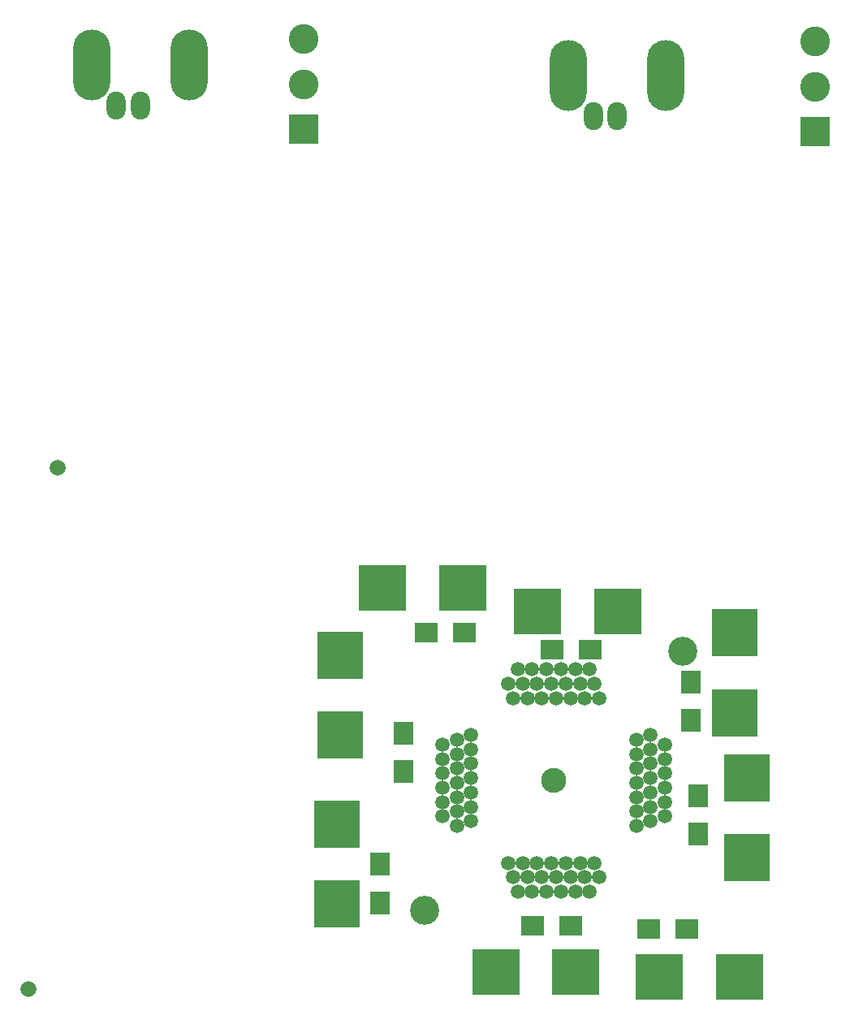
<source format=gbr>
G04 #@! TF.FileFunction,Soldermask,Bot*
%FSLAX46Y46*%
G04 Gerber Fmt 4.6, Leading zero omitted, Abs format (unit mm)*
G04 Created by KiCad (PCBNEW 4.0.4-snap1-stable) date Wed Apr 29 16:08:13 2020*
%MOMM*%
%LPD*%
G01*
G04 APERTURE LIST*
%ADD10C,0.100000*%
%ADD11C,1.670000*%
%ADD12O,3.900120X7.400240*%
%ADD13O,2.000200X2.899360*%
%ADD14R,2.400000X2.000000*%
%ADD15R,4.949140X4.799280*%
%ADD16R,2.000000X2.400000*%
%ADD17R,4.799280X4.949140*%
%ADD18C,1.492200*%
%ADD19C,2.609800*%
%ADD20C,3.016200*%
%ADD21C,3.100000*%
%ADD22R,3.100000X3.100000*%
G04 APERTURE END LIST*
D10*
D11*
X130800000Y-117491000D03*
X133850000Y-63111000D03*
D12*
X137392220Y-21116600D03*
X147590320Y-21116600D03*
D13*
X142490000Y-25381260D03*
X139990640Y-25381260D03*
D14*
X183400000Y-110900000D03*
X187400000Y-110900000D03*
D15*
X192275760Y-78100000D03*
X183924240Y-78100000D03*
D14*
X195500000Y-111200000D03*
X199500000Y-111200000D03*
D15*
X204975760Y-116200000D03*
X196624240Y-116200000D03*
D16*
X200670000Y-97350000D03*
X200670000Y-101350000D03*
X169960000Y-94840000D03*
X169960000Y-90840000D03*
D14*
X185400000Y-82100000D03*
X189400000Y-82100000D03*
D17*
X205750000Y-103805760D03*
X205750000Y-95454240D03*
X163310000Y-82684240D03*
X163310000Y-91035760D03*
D15*
X187905760Y-115730000D03*
X179554240Y-115730000D03*
D16*
X167500000Y-108500000D03*
X167500000Y-104500000D03*
X199900000Y-89500000D03*
X199900000Y-85500000D03*
D14*
X176300000Y-80300000D03*
X172300000Y-80300000D03*
D17*
X162950000Y-100284240D03*
X162950000Y-108635760D03*
D15*
X167724240Y-75700000D03*
X176075760Y-75700000D03*
D17*
X204500000Y-80324240D03*
X204500000Y-88675760D03*
D12*
X187122220Y-22236600D03*
X197320320Y-22236600D03*
D13*
X192220000Y-26501260D03*
X189720640Y-26501260D03*
D18*
X177000000Y-91000000D03*
X175501400Y-91500002D03*
X174002800Y-92000001D03*
X177000000Y-92500000D03*
X175501400Y-93000001D03*
X174002800Y-93500000D03*
X177000000Y-94000002D03*
X175501400Y-94500001D03*
X174002800Y-95000000D03*
X177000000Y-95500001D03*
X175501400Y-96000000D03*
X174002800Y-96500002D03*
X177000000Y-97000001D03*
X175501400Y-97500000D03*
X174002800Y-98000001D03*
X177000000Y-98500000D03*
X175501400Y-99000002D03*
X174002800Y-99500001D03*
X177000000Y-100000000D03*
X175501400Y-100500001D03*
X180847899Y-104347901D03*
X181347901Y-105846501D03*
X181847900Y-107345101D03*
X182347899Y-104347901D03*
X182847900Y-105846501D03*
X183347899Y-107345101D03*
X183847901Y-104347901D03*
X184347900Y-105846501D03*
X184847899Y-107345101D03*
X185347901Y-104347901D03*
X185847900Y-105846501D03*
X186347901Y-107345101D03*
X186847900Y-104347901D03*
X187347899Y-105846501D03*
X187847901Y-107345101D03*
X188347900Y-104347901D03*
X188847901Y-105846501D03*
X189347900Y-107345101D03*
X189847899Y-104347901D03*
X190347901Y-105846501D03*
X194195800Y-100500001D03*
X195694400Y-100000000D03*
X197193000Y-99500001D03*
X194195800Y-99000002D03*
X195694400Y-98500000D03*
X197193000Y-98000001D03*
X194195800Y-97500000D03*
X195694400Y-97000001D03*
X197193000Y-96500002D03*
X194195800Y-96000000D03*
X195694400Y-95500001D03*
X197193000Y-95000000D03*
X194195800Y-94500001D03*
X195694400Y-94000002D03*
X197193000Y-93500000D03*
X194195800Y-93000001D03*
X195694400Y-92500000D03*
X197193000Y-92000001D03*
X194195800Y-91500002D03*
X195694400Y-91000000D03*
X190347901Y-87152101D03*
X189847899Y-85653501D03*
X189347900Y-84154901D03*
X188847901Y-87152101D03*
X188347900Y-85653501D03*
X187847901Y-84154901D03*
X187347899Y-87152101D03*
X186847900Y-85653501D03*
X186347901Y-84154901D03*
X185847899Y-87152101D03*
X185347900Y-85653501D03*
X184847899Y-84154901D03*
X184347900Y-87152101D03*
X183847901Y-85653501D03*
X183347899Y-84154901D03*
X182847900Y-87152101D03*
X182347899Y-85653501D03*
X181847900Y-84154901D03*
X181347901Y-87152101D03*
X180847899Y-85653501D03*
D19*
X185597900Y-95750001D03*
D20*
X172097800Y-109250101D03*
X199098000Y-82249901D03*
D21*
X212850000Y-23420000D03*
D22*
X212850000Y-28120000D03*
D21*
X212850000Y-18720000D03*
X159530000Y-23170000D03*
D22*
X159530000Y-27870000D03*
D21*
X159530000Y-18470000D03*
M02*

</source>
